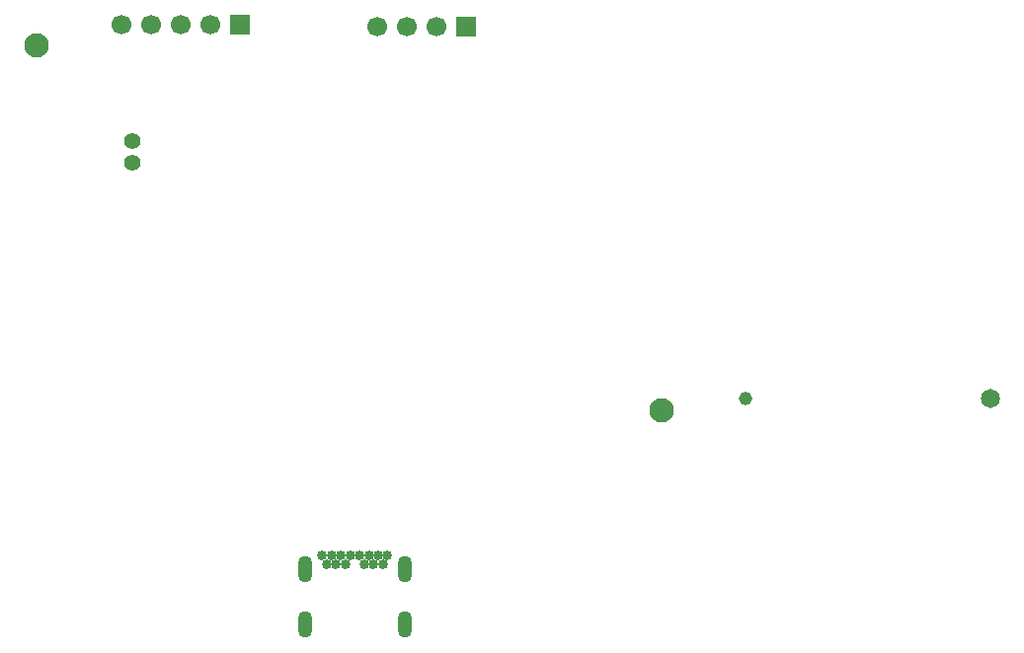
<source format=gbs>
%TF.GenerationSoftware,KiCad,Pcbnew,9.0.4*%
%TF.CreationDate,2025-12-28T12:05:50+05:30*%
%TF.ProjectId,ESP-32 C3 demo project004,4553502d-3332-4204-9333-2064656d6f20,rev?*%
%TF.SameCoordinates,Original*%
%TF.FileFunction,Soldermask,Bot*%
%TF.FilePolarity,Negative*%
%FSLAX45Y45*%
G04 Gerber Fmt 4.5, Leading zero omitted, Abs format (unit mm)*
G04 Created by KiCad (PCBNEW 9.0.4) date 2025-12-28 12:05:50*
%MOMM*%
%LPD*%
G01*
G04 APERTURE LIST*
%ADD10C,2.100000*%
%ADD11C,1.412000*%
%ADD12R,1.700000X1.700000*%
%ADD13C,1.700000*%
%ADD14C,0.854000*%
%ADD15O,1.254000X2.304000*%
%ADD16C,1.150000*%
%ADD17C,1.650000*%
G04 APERTURE END LIST*
D10*
%TO.C,REF\u002A\u002A*%
X19802000Y-7767000D03*
%TD*%
%TO.C,REF\u002A\u002A*%
X14442000Y-4632000D03*
%TD*%
D11*
%TO.C,MK1*%
X15263800Y-5454900D03*
X15263800Y-5644900D03*
%TD*%
D12*
%TO.C,J4*%
X18121000Y-4472000D03*
D13*
X17867000Y-4472000D03*
X17613000Y-4472000D03*
X17359000Y-4472000D03*
%TD*%
D12*
%TO.C,J5*%
X16184000Y-4458000D03*
D13*
X15930000Y-4458000D03*
X15676000Y-4458000D03*
X15422000Y-4458000D03*
X15168000Y-4458000D03*
%TD*%
D14*
%TO.C,J1*%
X17450400Y-9013200D03*
X17410400Y-9084200D03*
X17330400Y-9084200D03*
X17290400Y-9013200D03*
X17250400Y-9084200D03*
X17210400Y-9013200D03*
X17130400Y-9013200D03*
X17090400Y-9084200D03*
X17050400Y-9013200D03*
X17010400Y-9084200D03*
X16930400Y-9084200D03*
X16890400Y-9013200D03*
X17370400Y-9013200D03*
X16970400Y-9013200D03*
D15*
X16743400Y-9128200D03*
X17597400Y-9128200D03*
X16743400Y-9601200D03*
X17597400Y-9601200D03*
%TD*%
D16*
%TO.C,J3*%
X20517000Y-7669000D03*
D17*
X22617000Y-7669000D03*
%TD*%
M02*

</source>
